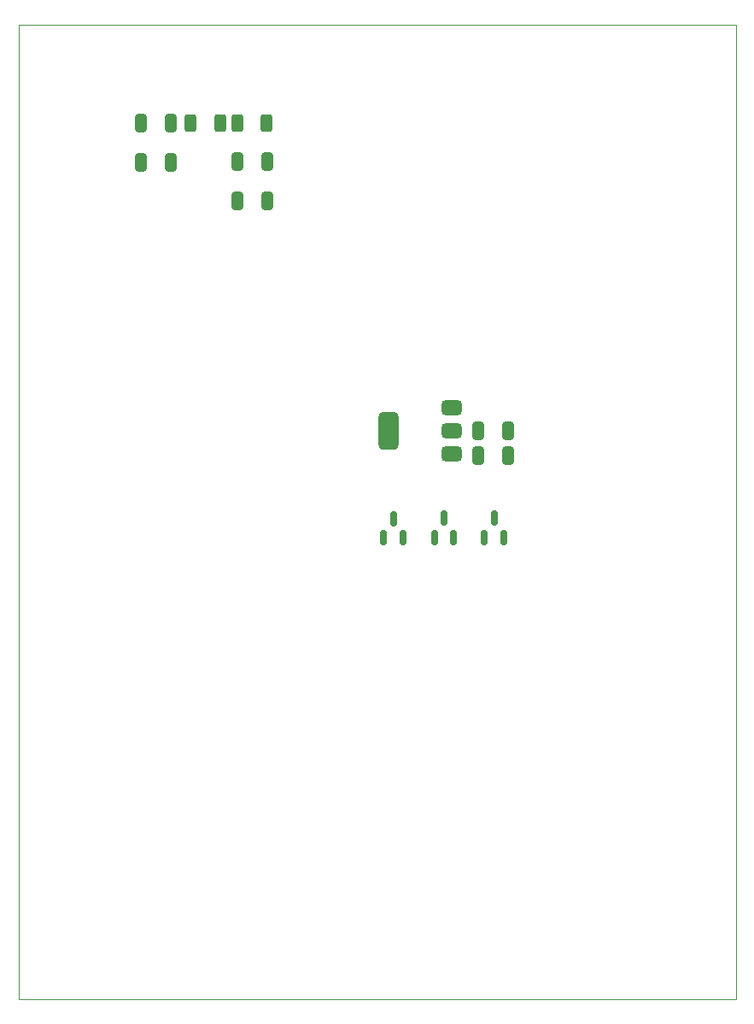
<source format=gbp>
%TF.GenerationSoftware,KiCad,Pcbnew,8.0.3-8.0.3-0~ubuntu23.10.1*%
%TF.CreationDate,2024-07-29T17:43:26+05:00*%
%TF.ProjectId,IOTV,494f5456-2e6b-4696-9361-645f70636258,3*%
%TF.SameCoordinates,Original*%
%TF.FileFunction,Paste,Bot*%
%TF.FilePolarity,Positive*%
%FSLAX46Y46*%
G04 Gerber Fmt 4.6, Leading zero omitted, Abs format (unit mm)*
G04 Created by KiCad (PCBNEW 8.0.3-8.0.3-0~ubuntu23.10.1) date 2024-07-29 17:43:26*
%MOMM*%
%LPD*%
G01*
G04 APERTURE LIST*
G04 Aperture macros list*
%AMRoundRect*
0 Rectangle with rounded corners*
0 $1 Rounding radius*
0 $2 $3 $4 $5 $6 $7 $8 $9 X,Y pos of 4 corners*
0 Add a 4 corners polygon primitive as box body*
4,1,4,$2,$3,$4,$5,$6,$7,$8,$9,$2,$3,0*
0 Add four circle primitives for the rounded corners*
1,1,$1+$1,$2,$3*
1,1,$1+$1,$4,$5*
1,1,$1+$1,$6,$7*
1,1,$1+$1,$8,$9*
0 Add four rect primitives between the rounded corners*
20,1,$1+$1,$2,$3,$4,$5,0*
20,1,$1+$1,$4,$5,$6,$7,0*
20,1,$1+$1,$6,$7,$8,$9,0*
20,1,$1+$1,$8,$9,$2,$3,0*%
G04 Aperture macros list end*
%ADD10RoundRect,0.150000X0.150000X-0.587500X0.150000X0.587500X-0.150000X0.587500X-0.150000X-0.587500X0*%
%ADD11RoundRect,0.375000X0.625000X0.375000X-0.625000X0.375000X-0.625000X-0.375000X0.625000X-0.375000X0*%
%ADD12RoundRect,0.500000X0.500000X1.400000X-0.500000X1.400000X-0.500000X-1.400000X0.500000X-1.400000X0*%
%ADD13RoundRect,0.250000X0.325000X0.650000X-0.325000X0.650000X-0.325000X-0.650000X0.325000X-0.650000X0*%
%ADD14RoundRect,0.250000X-0.312500X-0.625000X0.312500X-0.625000X0.312500X0.625000X-0.312500X0.625000X0*%
%ADD15RoundRect,0.250000X0.312500X0.625000X-0.312500X0.625000X-0.312500X-0.625000X0.312500X-0.625000X0*%
%ADD16RoundRect,0.250000X-0.325000X-0.650000X0.325000X-0.650000X0.325000X0.650000X-0.325000X0.650000X0*%
%TA.AperFunction,Profile*%
%ADD17C,0.100000*%
%TD*%
G04 APERTURE END LIST*
D10*
%TO.C,Q3*%
X86207600Y-126974600D03*
X84307600Y-126974600D03*
X85257600Y-125099600D03*
%TD*%
D11*
%TO.C,U2*%
X81051800Y-114133600D03*
X81051800Y-116433600D03*
D12*
X74751800Y-116433600D03*
D11*
X81051800Y-118733600D03*
%TD*%
D13*
%TO.C,C1*%
X53214800Y-85953600D03*
X50264800Y-85953600D03*
%TD*%
%TO.C,C2*%
X53216600Y-89814400D03*
X50266600Y-89814400D03*
%TD*%
D10*
%TO.C,Q2*%
X81229200Y-126976900D03*
X79329200Y-126976900D03*
X80279200Y-125101900D03*
%TD*%
%TO.C,Q1*%
X76210200Y-126997700D03*
X74310200Y-126997700D03*
X75260200Y-125122700D03*
%TD*%
D14*
%TO.C,R1*%
X55154100Y-85953600D03*
X58079100Y-85953600D03*
%TD*%
D15*
%TO.C,R2*%
X62701900Y-85953600D03*
X59776900Y-85953600D03*
%TD*%
D16*
%TO.C,C5*%
X83714800Y-118897400D03*
X86664800Y-118897400D03*
%TD*%
%TO.C,C6*%
X83716600Y-116408200D03*
X86666600Y-116408200D03*
%TD*%
%TO.C,C3*%
X59788000Y-89738200D03*
X62738000Y-89738200D03*
%TD*%
%TO.C,C4*%
X62739800Y-93675200D03*
X59789800Y-93675200D03*
%TD*%
D17*
X38100000Y-76200000D02*
X109220000Y-76200000D01*
X109220000Y-172720000D01*
X38100000Y-172720000D01*
X38100000Y-76200000D01*
M02*

</source>
